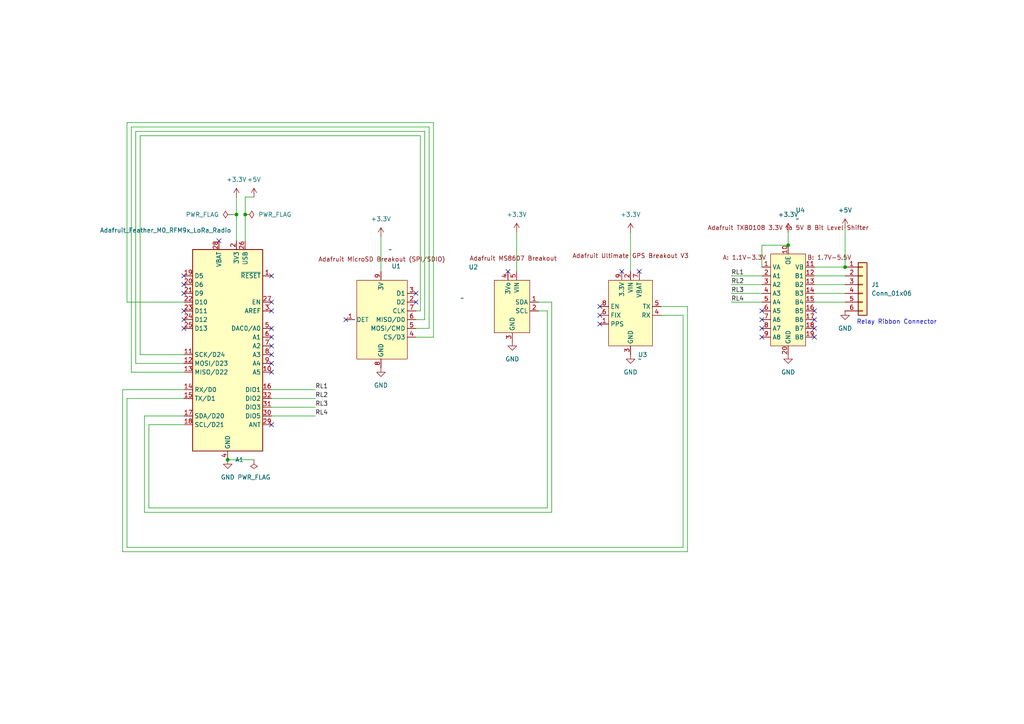
<source format=kicad_sch>
(kicad_sch (version 20250114) (generator "eeschema") (generator_version "9.0")
  (paper "A4")
  (lib_symbols
    (symbol "Connector_Generic:Conn_01x06" (pin_names (offset 1.016) (hide yes))
      (property "Reference" "J" (at 0 7.62 0))
      (property "Value" "Conn_01x06" (at 0 -10.16 0))
      (symbol "Conn_01x06_1_1"
        (rectangle (start -1.27 6.35) (end 1.27 -8.89) (stroke (width 0.254)) (fill (type background)))
        (rectangle (start -1.27 5.207) (end 0 4.953) (stroke (width 0.1524)))
        (rectangle (start -1.27 2.667) (end 0 2.413) (stroke (width 0.1524)))
        (rectangle (start -1.27 0.127) (end 0 -0.127) (stroke (width 0.1524)))
        (rectangle (start -1.27 -2.413) (end 0 -2.667) (stroke (width 0.1524)))
        (rectangle (start -1.27 -4.953) (end 0 -5.207) (stroke (width 0.1524)))
        (rectangle (start -1.27 -7.493) (end 0 -7.747) (stroke (width 0.1524)))
        (pin passive line (at -5.08 5.08 0) (length 3.81) (name "Pin_1") (number "1"))
        (pin passive line (at -5.08 2.54 0) (length 3.81) (name "Pin_2") (number "2"))
        (pin passive line (at -5.08 0 0) (length 3.81) (name "Pin_3") (number "3"))
        (pin passive line (at -5.08 -2.54 0) (length 3.81) (name "Pin_4") (number "4"))
        (pin passive line (at -5.08 -5.08 0) (length 3.81) (name "Pin_5") (number "5"))
        (pin passive line (at -5.08 -7.62 0) (length 3.81) (name "Pin_6") (number "6"))
      )
    )
    (symbol "CustomSymbols:AdafruitMS8607Breakout"
      (property "Reference" "U" (at 0 -3.302 0))
      (symbol "AdafruitMS8607Breakout_1_1"
        (rectangle (start -5.2387 -7.62) (end 5.0799 -22.86) (fill (type background)))
        (text "Adafruit MS8607 Breakout" (at 0.254 -1.27 0) (effects (font (size 1.27 1.27))))
        (pin power_out line (at -1.27 -5.08 270) (length 2.54) (name "3Vo") (number "4"))
        (pin power_in line (at 0 -25.4 90) (length 2.54) (name "GND") (number "3"))
        (pin power_in line (at 1.27 -5.08 270) (length 2.54) (name "VIN") (number "5"))
        (pin bidirectional line (at 7.62 -13.97 180) (length 2.54) (name "SDA") (number "1"))
        (pin bidirectional line (at 7.62 -16.51 180) (length 2.54) (name "SCL") (number "2"))
      )
    )
    (symbol "CustomSymbols:AdafruitMicroSDBreakout"
      (property "Reference" "U" (at 0 -4.064 0))
      (symbol "AdafruitMicroSDBreakout_1_1"
        (rectangle (start -6.9849 -8.89) (end 7.6199 -31.75) (fill (type background)))
        (text "Adafruit MicroSD Breakout (SPI/SDIO)" (at 0.254 -2.794 0) (effects (font (size 1.27 1.27))))
        (pin bidirectional line (at -10.16 -20.32 0) (length 2.54) (name "DET") (number "1"))
        (pin power_in line (at 0 -6.35 270) (length 2.54) (name "3V") (number "9"))
        (pin power_in line (at 0 -34.29 90) (length 2.54) (name "GND") (number "8"))
        (pin bidirectional line (at 10.16 -12.7 180) (length 2.54) (name "D1") (number "3"))
        (pin bidirectional line (at 10.16 -15.24 180) (length 2.54) (name "D2") (number "2"))
        (pin bidirectional line (at 10.16 -17.78 180) (length 2.54) (name "CLK") (number "7"))
        (pin bidirectional line (at 10.16 -20.32 180) (length 2.54) (name "MISO/D0") (number "6"))
        (pin bidirectional line (at 10.16 -22.86 180) (length 2.54) (name "MOSI/CMD") (number "5"))
        (pin bidirectional line (at 10.16 -25.4 180) (length 2.54) (name "CS/D3") (number "4"))
      )
    )
    (symbol "CustomSymbols:AdafruitTXB0108Breakout"
      (property "Reference" "U" (at 0 5.334 0))
      (symbol "AdafruitTXB0108Breakout_1_1"
        (rectangle (start -5.08 0) (end 5.08 -26.67) (fill (type background)))
        (text "A: 1.1V-3.3V" (at -12.7 -1.016 0) (effects (font (size 1.27 1.27))))
        (text "Adafruit TXB0108 3.3V to 5V 8 Bit Level Shifter" (at 0 7.62 0) (effects (font (size 1.27 1.27))))
        (text "B: 1.7V-5.5V" (at 11.938 -1.016 0) (effects (font (size 1.27 1.27))))
        (pin power_in line (at -7.62 -3.81 0) (length 2.54) (name "VA") (number "1"))
        (pin bidirectional line (at -7.62 -6.35 0) (length 2.54) (name "A1") (number "2"))
        (pin bidirectional line (at -7.62 -8.89 0) (length 2.54) (name "A2") (number "3"))
        (pin bidirectional line (at -7.62 -11.43 0) (length 2.54) (name "A3") (number "4"))
        (pin bidirectional line (at -7.62 -13.97 0) (length 2.54) (name "A4") (number "5"))
        (pin bidirectional line (at -7.62 -16.51 0) (length 2.54) (name "A5") (number "6"))
        (pin bidirectional line (at -7.62 -19.05 0) (length 2.54) (name "A6") (number "7"))
        (pin bidirectional line (at -7.62 -21.59 0) (length 2.54) (name "A7") (number "8"))
        (pin bidirectional line (at -7.62 -24.13 0) (length 2.54) (name "A8") (number "9"))
        (pin bidirectional line (at 0 2.54 270) (length 2.54) (name "OE") (number "10"))
        (pin power_in line (at 0 -29.21 90) (length 2.54) (name "GND") (number "20"))
        (pin power_in line (at 7.62 -3.81 180) (length 2.54) (name "VB") (number "11"))
        (pin bidirectional line (at 7.62 -6.35 180) (length 2.54) (name "B1") (number "12"))
        (pin bidirectional line (at 7.62 -8.89 180) (length 2.54) (name "B2") (number "13"))
        (pin bidirectional line (at 7.62 -11.43 180) (length 2.54) (name "B3") (number "14"))
        (pin bidirectional line (at 7.62 -13.97 180) (length 2.54) (name "B4") (number "15"))
        (pin bidirectional line (at 7.62 -16.51 180) (length 2.54) (name "B5") (number "16"))
        (pin bidirectional line (at 7.62 -19.05 180) (length 2.54) (name "B6") (number "17"))
        (pin bidirectional line (at 7.62 -21.59 180) (length 2.54) (name "B7") (number "18"))
        (pin bidirectional line (at 7.62 -24.13 180) (length 2.54) (name "B8") (number "19"))
      )
    )
    (symbol "CustomSymbols:AdafruitUltimateGPSBreakout"
      (property "Reference" "U" (at 0 -3.556 0))
      (symbol "AdafruitUltimateGPSBreakout_1_1"
        (rectangle (start -6.3499 -8.89) (end 6.35 -27.94) (fill (type background)))
        (text "Adafruit Ultimate GPS Breakout V3" (at 0 -1.778 0) (effects (font (size 1.27 1.27))))
        (pin input line (at -8.89 -16.51 0) (length 2.54) (name "EN") (number "8"))
        (pin output line (at -8.89 -19.05 0) (length 2.54) (name "FIX") (number "6"))
        (pin output line (at -8.89 -21.59 0) (length 2.54) (name "PPS") (number "1"))
        (pin power_out line (at -2.54 -6.35 270) (length 2.54) (name "3.3V") (number "9"))
        (pin power_in line (at 0 -6.35 270) (length 2.54) (name "VIN") (number "2"))
        (pin power_in line (at 0 -30.48 90) (length 2.54) (name "GND") (number "3"))
        (pin power_in line (at 2.54 -6.35 270) (length 2.54) (name "VBAT") (number "7"))
        (pin output line (at 8.89 -16.51 180) (length 2.54) (name "TX") (number "5"))
        (pin input line (at 8.89 -19.05 180) (length 2.54) (name "RX") (number "4"))
      )
    )
    (symbol "MCU_Module:Adafruit_Feather_M0_RFM9x_LoRa_Radio"
      (property "Reference" "A" (at -10.16 29.21 0))
      (property "Value" "Adafruit_Feather_M0_RFM9x_LoRa_Radio" (at 2.54 -31.75 0))
      (symbol "Adafruit_Feather_M0_RFM9x_LoRa_Radio_0_1"
        (rectangle (start -10.16 27.94) (end 10.16 -30.48) (stroke (width 0.254)) (fill (type background)))
      )
      (symbol "Adafruit_Feather_M0_RFM9x_LoRa_Radio_1_1"
        (pin bidirectional line (at -12.7 20.32 0) (length 2.54) (name "D5") (number "19"))
        (pin bidirectional line (at -12.7 17.78 0) (length 2.54) (name "D6") (number "20"))
        (pin bidirectional line (at -12.7 15.24 0) (length 2.54) (name "D9") (number "21"))
        (pin bidirectional line (at -12.7 12.7 0) (length 2.54) (name "D10") (number "22"))
        (pin bidirectional line (at -12.7 10.16 0) (length 2.54) (name "D11") (number "23"))
        (pin bidirectional line (at -12.7 7.62 0) (length 2.54) (name "D12") (number "24"))
        (pin bidirectional line (at -12.7 5.08 0) (length 2.54) (name "D13") (number "25"))
        (pin bidirectional line (at -12.7 -2.54 0) (length 2.54) (name "SCK/D24") (number "11"))
        (pin bidirectional line (at -12.7 -5.08 0) (length 2.54) (name "MOSI/D23") (number "12"))
        (pin bidirectional line (at -12.7 -7.62 0) (length 2.54) (name "MISO/D22") (number "13"))
        (pin bidirectional line (at -12.7 -12.7 0) (length 2.54) (name "RX/D0") (number "14"))
        (pin bidirectional line (at -12.7 -15.24 0) (length 2.54) (name "TX/D1") (number "15"))
        (pin bidirectional line (at -12.7 -20.32 0) (length 2.54) (name "SDA/D20") (number "17"))
        (pin bidirectional line (at -12.7 -22.86 0) (length 2.54) (name "SCL/D21") (number "18"))
        (pin power_in line (at -2.54 30.48 270) (length 2.54) (name "VBAT") (number "28"))
        (pin power_in line (at 0 -33.02 90) (length 2.54) (name "GND") (number "4"))
        (pin power_in line (at 2.54 30.48 270) (length 2.54) (name "3V3") (number "2"))
        (pin power_in line (at 5.08 30.48 270) (length 2.54) (name "USB") (number "26"))
        (pin input line (at 12.7 20.32 180) (length 2.54) (name "~{RESET}") (number "1"))
        (pin input line (at 12.7 12.7 180) (length 2.54) (name "EN") (number "27"))
        (pin input line (at 12.7 10.16 180) (length 2.54) (name "AREF") (number "3"))
        (pin bidirectional line (at 12.7 5.08 180) (length 2.54) (name "DAC0/A0") (number "5"))
        (pin bidirectional line (at 12.7 2.54 180) (length 2.54) (name "A1") (number "6"))
        (pin bidirectional line (at 12.7 0 180) (length 2.54) (name "A2") (number "7"))
        (pin bidirectional line (at 12.7 -2.54 180) (length 2.54) (name "A3") (number "8"))
        (pin bidirectional line (at 12.7 -5.08 180) (length 2.54) (name "A4") (number "9"))
        (pin bidirectional line (at 12.7 -7.62 180) (length 2.54) (name "A5") (number "10"))
        (pin bidirectional line (at 12.7 -12.7 180) (length 2.54) (name "DIO1") (number "16"))
        (pin bidirectional line (at 12.7 -15.24 180) (length 2.54) (name "DIO2") (number "32"))
        (pin bidirectional line (at 12.7 -17.78 180) (length 2.54) (name "DIO3") (number "31"))
        (pin bidirectional line (at 12.7 -20.32 180) (length 2.54) (name "DIO5") (number "30"))
        (pin bidirectional line (at 12.7 -22.86 180) (length 2.54) (name "ANT") (number "29"))
      )
    )
    (symbol "power:+3.3V" (power) (pin_numbers (hide yes)) (pin_names (offset 0) (hide yes))
      (property "Value" "+3.3V" (at 0 3.556 0))
      (symbol "+3.3V_0_1"
        (polyline (pts (xy -0.762 1.27) (xy 0 2.54)))
        (polyline (pts (xy 0 2.54) (xy 0.762 1.27)))
        (polyline (pts (xy 0 0) (xy 0 2.54)))
      )
      (symbol "+3.3V_1_1"
        (pin power_in line (at 0 0 90) (length 0) (name "~") (number "1"))
      )
    )
    (symbol "power:+5V" (power) (pin_numbers (hide yes)) (pin_names (offset 0) (hide yes))
      (property "Value" "+5V" (at 0 3.556 0))
      (symbol "+5V_0_1"
        (polyline (pts (xy -0.762 1.27) (xy 0 2.54)))
        (polyline (pts (xy 0 2.54) (xy 0.762 1.27)))
        (polyline (pts (xy 0 0) (xy 0 2.54)))
      )
      (symbol "+5V_1_1"
        (pin power_in line (at 0 0 90) (length 0) (name "~") (number "1"))
      )
    )
    (symbol "power:GND" (power) (pin_numbers (hide yes)) (pin_names (offset 0) (hide yes))
      (property "Value" "GND" (at 0 -3.81 0))
      (symbol "GND_0_1"
        (polyline (pts (xy 0 0) (xy 0 -1.27) (xy 1.27 -1.27) (xy 0 -2.54) (xy -1.27 -1.27) (xy 0 -1.27)))
      )
      (symbol "GND_1_1"
        (pin power_in line (at 0 0 270) (length 0) (name "~") (number "1"))
      )
    )
    (symbol "power:PWR_FLAG" (power) (pin_numbers (hide yes)) (pin_names (offset 0) (hide yes))
      (property "Value" "PWR_FLAG" (at 0 3.81 0))
      (symbol "PWR_FLAG_0_0"
        (pin power_out line (at 0 0 90) (length 0) (name "~") (number "1"))
      )
      (symbol "PWR_FLAG_0_1"
        (polyline (pts (xy 0 0) (xy 0 1.27) (xy -1.016 1.905) (xy 0 2.54) (xy 1.016 1.905) (xy 0 1.27)))
      )
    )
  )
  (text "Relay Ribbon Connector" (at 260.096 93.472 0) (effects (font (size 1.27 1.27))))
  (junction (at 245.11 77.47))
  (junction (at 66.04 133.35))
  (junction (at 68.58 62.23))
  (junction (at 228.6 71.12))
  (junction (at 71.12 62.23))
  (no_connect (at 185.42 78.74))
  (no_connect (at 78.74 95.25))
  (no_connect (at 173.99 88.9))
  (no_connect (at 220.98 92.71))
  (no_connect (at 173.99 93.98))
  (no_connect (at 78.74 90.17))
  (no_connect (at 78.74 107.95))
  (no_connect (at 236.22 97.79))
  (no_connect (at 220.98 97.79))
  (no_connect (at 100.33 92.71))
  (no_connect (at 78.74 123.19))
  (no_connect (at 78.74 100.33))
  (no_connect (at 236.22 95.25))
  (no_connect (at 78.74 105.41))
  (no_connect (at 53.34 95.25))
  (no_connect (at 236.22 90.17))
  (no_connect (at 78.74 80.01))
  (no_connect (at 78.74 87.63))
  (no_connect (at 78.74 102.87))
  (no_connect (at 120.65 85.09))
  (no_connect (at 147.32 78.74))
  (no_connect (at 180.34 78.74))
  (no_connect (at 120.65 87.63))
  (no_connect (at 173.99 91.44))
  (no_connect (at 53.34 82.55))
  (no_connect (at 220.98 95.25))
  (no_connect (at 53.34 85.09))
  (no_connect (at 236.22 92.71))
  (no_connect (at 78.74 97.79))
  (no_connect (at 53.34 90.17))
  (no_connect (at 53.34 80.01))
  (no_connect (at 220.98 90.17))
  (no_connect (at 53.34 92.71))
  (no_connect (at 63.5 69.85))
  (wire (pts (xy 39.37 105.41) (xy 53.34 105.41)))
  (wire (pts (xy 38.1 107.95) (xy 53.34 107.95)))
  (wire (pts (xy 35.56 160.02) (xy 35.56 113.03)))
  (wire (pts (xy 123.19 38.1) (xy 123.19 92.71)))
  (wire (pts (xy 36.83 115.57) (xy 53.34 115.57)))
  (wire (pts (xy 160.02 148.59) (xy 41.91 148.59)))
  (wire (pts (xy 40.64 102.87) (xy 53.34 102.87)))
  (wire (pts (xy 110.49 68.58) (xy 110.49 78.74)))
  (wire (pts (xy 123.19 92.71) (xy 120.65 92.71)))
  (wire (pts (xy 36.83 35.56) (xy 125.73 35.56)))
  (wire (pts (xy 236.22 80.01) (xy 245.11 80.01)))
  (wire (pts (xy 53.34 123.19) (xy 43.18 123.19)))
  (wire (pts (xy 40.64 39.37) (xy 40.64 102.87)))
  (wire (pts (xy 78.74 118.11) (xy 91.44 118.11)))
  (wire (pts (xy 36.83 35.56) (xy 36.83 87.63)))
  (wire (pts (xy 199.39 88.9) (xy 199.39 160.02)))
  (wire (pts (xy 67.31 62.23) (xy 68.58 62.23)))
  (wire (pts (xy 191.77 91.44) (xy 198.12 91.44)))
  (wire (pts (xy 78.74 120.65) (xy 91.44 120.65)))
  (wire (pts (xy 245.11 66.04) (xy 245.11 77.47)))
  (wire (pts (xy 68.58 62.23) (xy 68.58 69.85)))
  (wire (pts (xy 36.83 158.75) (xy 36.83 115.57)))
  (wire (pts (xy 236.22 85.09) (xy 245.11 85.09)))
  (wire (pts (xy 66.04 133.35) (xy 73.66 133.35)))
  (wire (pts (xy 39.37 38.1) (xy 123.19 38.1)))
  (wire (pts (xy 38.1 36.83) (xy 124.46 36.83)))
  (wire (pts (xy 220.98 77.47) (xy 220.98 71.12)))
  (wire (pts (xy 220.98 71.12) (xy 228.6 71.12)))
  (wire (pts (xy 78.74 113.03) (xy 91.44 113.03)))
  (wire (pts (xy 71.12 62.23) (xy 71.12 69.85)))
  (wire (pts (xy 236.22 77.47) (xy 245.11 77.47)))
  (wire (pts (xy 199.39 160.02) (xy 35.56 160.02)))
  (wire (pts (xy 236.22 87.63) (xy 245.11 87.63)))
  (wire (pts (xy 121.92 90.17) (xy 121.92 39.37)))
  (wire (pts (xy 212.09 82.55) (xy 220.98 82.55)))
  (wire (pts (xy 236.22 82.55) (xy 245.11 82.55)))
  (wire (pts (xy 40.64 39.37) (xy 121.92 39.37)))
  (wire (pts (xy 39.37 38.1) (xy 39.37 105.41)))
  (wire (pts (xy 191.77 88.9) (xy 199.39 88.9)))
  (wire (pts (xy 41.91 148.59) (xy 41.91 120.65)))
  (wire (pts (xy 43.18 147.32) (xy 158.75 147.32)))
  (wire (pts (xy 125.73 35.56) (xy 125.73 97.79)))
  (wire (pts (xy 36.83 87.63) (xy 53.34 87.63)))
  (wire (pts (xy 158.75 90.17) (xy 156.21 90.17)))
  (wire (pts (xy 156.21 87.63) (xy 160.02 87.63)))
  (wire (pts (xy 78.74 115.57) (xy 91.44 115.57)))
  (wire (pts (xy 73.66 57.15) (xy 71.12 57.15)))
  (wire (pts (xy 120.65 90.17) (xy 121.92 90.17)))
  (wire (pts (xy 125.73 97.79) (xy 120.65 97.79)))
  (wire (pts (xy 38.1 36.83) (xy 38.1 107.95)))
  (wire (pts (xy 71.12 57.15) (xy 71.12 62.23)))
  (wire (pts (xy 228.6 67.31) (xy 228.6 71.12)))
  (wire (pts (xy 124.46 95.25) (xy 120.65 95.25)))
  (wire (pts (xy 198.12 91.44) (xy 198.12 158.75)))
  (wire (pts (xy 43.18 123.19) (xy 43.18 147.32)))
  (wire (pts (xy 41.91 120.65) (xy 53.34 120.65)))
  (wire (pts (xy 160.02 87.63) (xy 160.02 148.59)))
  (wire (pts (xy 198.12 158.75) (xy 36.83 158.75)))
  (wire (pts (xy 35.56 113.03) (xy 53.34 113.03)))
  (wire (pts (xy 124.46 36.83) (xy 124.46 95.25)))
  (wire (pts (xy 212.09 80.01) (xy 220.98 80.01)))
  (wire (pts (xy 182.88 67.31) (xy 182.88 78.74)))
  (wire (pts (xy 212.09 85.09) (xy 220.98 85.09)))
  (wire (pts (xy 149.86 67.31) (xy 149.86 78.74)))
  (wire (pts (xy 158.75 147.32) (xy 158.75 90.17)))
  (wire (pts (xy 68.58 57.15) (xy 68.58 62.23)))
  (wire (pts (xy 212.09 87.63) (xy 220.98 87.63)))
  (label "RL2" (at 212.09 82.55 0))
  (label "RL3" (at 212.09 85.09 0))
  (label "RL2" (at 91.44 115.57 0))
  (label "RL4" (at 212.09 87.63 0))
  (label "RL3" (at 91.44 118.11 0))
  (label "RL1" (at 91.44 113.03 0))
  (label "RL1" (at 212.09 80.01 0))
  (label "RL4" (at 91.44 120.65 0))
  (symbol (lib_id "power:GND") (at 182.88 102.87 0) (unit 1)
    (property "Reference" "#PWR03" (effects (hide yes)))
    (property "Value" "GND" (at 182.88 107.95 0))
    (property "Description" "Power symbol creates a global label with name \"GND\" , ground" (effects (hide yes)))
  )
  (symbol (lib_id "power:+3.3V") (at 182.88 67.31 0) (unit 1)
    (property "Reference" "#PWR07" (effects (hide yes)))
    (property "Value" "+3.3V" (at 182.88 62.23 0))
    (property "Description" "Power symbol creates a global label with name \"+3.3V\"" (effects (hide yes)))
  )
  (symbol (lib_id "power:+3.3V") (at 149.86 67.31 0) (unit 1)
    (property "Reference" "#PWR08" (effects (hide yes)))
    (property "Value" "+3.3V" (at 149.86 62.23 0))
    (property "Description" "Power symbol creates a global label with name \"+3.3V\"" (effects (hide yes)))
  )
  (symbol (lib_id "power:GND") (at 110.49 106.68 0) (unit 1)
    (property "Reference" "#PWR06" (effects (hide yes)))
    (property "Value" "GND" (at 110.49 111.76 0))
    (property "Description" "Power symbol creates a global label with name \"GND\" , ground" (effects (hide yes)))
  )
  (symbol (lib_id "MCU_Module:Adafruit_Feather_M0_RFM9x_LoRa_Radio") (at 66.04 100.33 0) (unit 1)
    (property "Reference" "A1" (at 68.1833 133.35 0) (effects (justify left)))
    (property "Value" "Adafruit_Feather_M0_RFM9x_LoRa_Radio" (at 28.956 66.802 0) (effects (justify left)))
    (property "Footprint" "Module:Adafruit_Feather_M0_RFM" (effects (hide yes)))
    (property "Datasheet" "https://cdn-learn.adafruit.com/downloads/pdf/adafruit-feather-m0-radio-with-lora-radio-module.pdf" (effects (hide yes)))
    (property "Description" "Microcontroller module with SAMD21 Cortex-M0 MCU and RFM9x Radio" (effects (hide yes)))
  )
  (symbol (lib_id "power:+3.3V") (at 110.49 68.58 0) (mirror y) (unit 1)
    (property "Reference" "#PWR012" (effects (hide yes)))
    (property "Value" "+3.3V" (at 110.49 63.5 0))
    (property "Description" "Power symbol creates a global label with name \"+3.3V\"" (effects (hide yes)))
  )
  (symbol (lib_id "power:GND") (at 245.11 90.17 0) (unit 1)
    (property "Reference" "#PWR011" (effects (hide yes)))
    (property "Value" "GND" (at 245.11 95.25 0))
    (property "Description" "Power symbol creates a global label with name \"GND\" , ground" (effects (hide yes)))
  )
  (symbol (lib_id "power:GND") (at 228.6 102.87 0) (unit 1)
    (property "Reference" "#PWR02" (effects (hide yes)))
    (property "Value" "GND" (at 228.6 107.95 0))
    (property "Description" "Power symbol creates a global label with name \"GND\" , ground" (effects (hide yes)))
  )
  (symbol (lib_id "power:+3.3V") (at 228.6 67.31 0) (unit 1)
    (property "Reference" "#PWR010" (effects (hide yes)))
    (property "Value" "+3.3V" (at 228.6 62.23 0))
    (property "Description" "Power symbol creates a global label with name \"+3.3V\"" (effects (hide yes)))
  )
  (symbol (lib_id "Connector_Generic:Conn_01x06") (at 250.19 82.55 0) (unit 1)
    (property "Reference" "J1" (at 252.73 82.5499 0) (effects (justify left)))
    (property "Value" "Conn_01x06" (at 252.73 85.0899 0) (effects (justify left)))
    (property "Footprint" "Connector_PinHeader_2.54mm:PinHeader_1x06_P2.54mm_Vertical" (effects (hide yes)))
    (property "Description" "Generic connector, single row, 01x06, script generated (kicad-library-utils/schlib/autogen/connector/)" (effects (hide yes)))
  )
  (symbol (lib_id "power:+5V") (at 73.66 57.15 0) (unit 1)
    (property "Reference" "#PWR09" (effects (hide yes)))
    (property "Value" "+5V" (at 73.66 52.07 0))
    (property "Description" "Power symbol creates a global label with name \"+5V\"" (effects (hide yes)))
  )
  (symbol (lib_id "power:GND") (at 66.04 133.35 0) (unit 1)
    (property "Reference" "#PWR01" (effects (hide yes)))
    (property "Value" "GND" (at 66.04 138.43 0))
    (property "Description" "Power symbol creates a global label with name \"GND\" , ground" (effects (hide yes)))
  )
  (symbol (lib_id "power:GND") (at 148.59 99.06 0) (unit 1)
    (property "Reference" "#PWR05" (effects (hide yes)))
    (property "Value" "GND" (at 148.59 104.14 0))
    (property "Description" "Power symbol creates a global label with name \"GND\" , ground" (effects (hide yes)))
  )
  (symbol (lib_id "power:+3.3V") (at 68.58 57.15 0) (unit 1)
    (property "Reference" "#PWR04" (effects (hide yes)))
    (property "Value" "+3.3V" (at 68.58 52.07 0))
    (property "Description" "Power symbol creates a global label with name \"+3.3V\"" (effects (hide yes)))
  )
  (symbol (lib_id "CustomSymbols:AdafruitUltimateGPSBreakout") (at 182.88 72.39 0) (unit 1)
    (property "Reference" "U3" (at 185.0233 102.87 0) (effects (justify left)))
    (property "Value" "~" (at 185.0233 104.14 0) (effects (justify left)))
    (property "Footprint" "Connector_PinSocket_2.54mm:PinSocket_1x09_P2.54mm_Vertical" (effects (hide yes)))
    (property "Datasheet" "https://learn.adafruit.com/adafruit-ultimate-gps/overview" (effects (hide yes)))
    (property "Description" "A breakout board containing an Adafruit GPS module for easy integration with Arduino creations" (effects (hide yes)))
  )
  (symbol (lib_id "CustomSymbols:AdafruitMicroSDBreakout") (at 110.49 72.39 0) (unit 1)
    (property "Reference" "U1" (at 113.538 77.216 0) (effects (justify left)))
    (property "Value" "~" (at 112.6333 72.39 0) (effects (justify left)))
    (property "Footprint" "Connector_PinSocket_2.54mm:PinSocket_1x09_P2.54mm_Vertical" (effects (hide yes)))
    (property "Datasheet" "https://learn.adafruit.com/adafruit-microsd-spi-sdio" (effects (hide yes)))
  )
  (symbol (lib_id "power:PWR_FLAG") (at 67.31 62.23 90) (unit 1)
    (property "Reference" "#FLG01" (effects (hide yes)))
    (property "Value" "PWR_FLAG" (at 63.5 62.2299 90) (effects (justify left)))
    (property "Description" "Special symbol for telling ERC where power comes from" (effects (hide yes)))
  )
  (symbol (lib_id "CustomSymbols:AdafruitMS8607Breakout") (at 148.59 73.66 0) (unit 1)
    (property "Reference" "U2" (at 138.684 77.47 0) (effects (justify right)))
    (property "Value" "~" (at 134.62 86.4842 0) (effects (justify right)))
    (property "Footprint" "Connector_PinSocket_2.54mm:PinSocket_1x05_P2.54mm_Vertical" (effects (hide yes)))
    (property "Datasheet" "https://learn.adafruit.com/adafruit-te-ms8607-pht-sensor/pinouts" (effects (hide yes)))
  )
  (symbol (lib_id "CustomSymbols:AdafruitTXB0108Breakout") (at 228.6 73.66 0) (unit 1)
    (property "Reference" "U4" (at 230.7433 60.96 0) (effects (justify left)))
    (property "Value" "~" (at 230.7433 63.5 0) (effects (justify left)))
    (property "Footprint" "CustomFootprints:Adafruit8BitLevelShifter" (effects (hide yes)))
    (property "Datasheet" "https://cdn-shop.adafruit.com/datasheets/txb0108.pdf" (effects (hide yes)))
  )
  (symbol (lib_id "power:+5V") (at 245.11 66.04 0) (unit 1)
    (property "Reference" "#PWR013" (effects (hide yes)))
    (property "Value" "+5V" (at 245.11 60.96 0))
    (property "Description" "Power symbol creates a global label with name \"+5V\"" (effects (hide yes)))
  )
  (symbol (lib_id "power:PWR_FLAG") (at 73.66 133.35 180) (unit 1)
    (property "Reference" "#FLG02" (effects (hide yes)))
    (property "Value" "PWR_FLAG" (at 73.66 138.43 0))
    (property "Description" "Special symbol for telling ERC where power comes from" (effects (hide yes)))
  )
  (symbol (lib_id "power:PWR_FLAG") (at 71.12 62.23 270) (unit 1)
    (property "Reference" "#FLG03" (effects (hide yes)))
    (property "Value" "PWR_FLAG" (at 74.93 62.2299 90) (effects (justify left)))
    (property "Description" "Special symbol for telling ERC where power comes from" (effects (hide yes)))
  )
)
</source>
